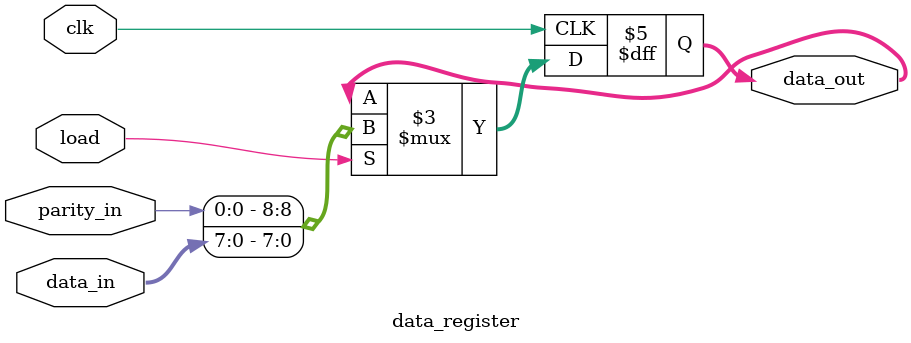
<source format=sv>
module pl_reg_parity #(
    parameter W = 8
)(
    input  wire        clk,
    input  wire        load,
    input  wire [W-1:0] data_in,
    output reg  [W:0]   data_out
);

    wire parity_bit;
    
    // 奇偶校验计算子模块
    parity_calculator #(
        .WIDTH(W)
    ) parity_calc_inst (
        .data_in   (data_in),
        .parity_out(parity_bit)
    );
    
    // 数据寄存子模块
    data_register #(
        .WIDTH(W)
    ) data_reg_inst (
        .clk      (clk),
        .load     (load),
        .data_in  (data_in),
        .parity_in(parity_bit),
        .data_out (data_out)
    );
    
endmodule

//SystemVerilog IEEE 1364-2005
module parity_calculator #(
    parameter WIDTH = 8
)(
    input  wire [WIDTH-1:0] data_in,
    output wire             parity_out
);

    // 奇偶校验位查找表
    reg [1:0] parity_lut[0:255];
    integer i;
    
    // 初始化查找表
    initial begin
        for (i = 0; i < 256; i = i + 1) begin
            parity_lut[i] = ^i;
        end
    end
    
    // 根据数据宽度选择奇偶校验计算方法
    generate
        if (WIDTH == 8) begin: use_lut
            assign parity_out = parity_lut[data_in];
        end else begin: use_xor
            assign parity_out = ^data_in;
        end
    endgenerate
    
endmodule

//SystemVerilog IEEE 1364-2005
module data_register #(
    parameter WIDTH = 8
)(
    input  wire                clk,
    input  wire                load,
    input  wire [WIDTH-1:0]    data_in,
    input  wire                parity_in,
    output reg  [WIDTH:0]      data_out
);

    // 数据和奇偶校验位寄存
    always @(posedge clk) begin
        if (load) begin
            data_out <= {parity_in, data_in};
        end
    end
    
endmodule
</source>
